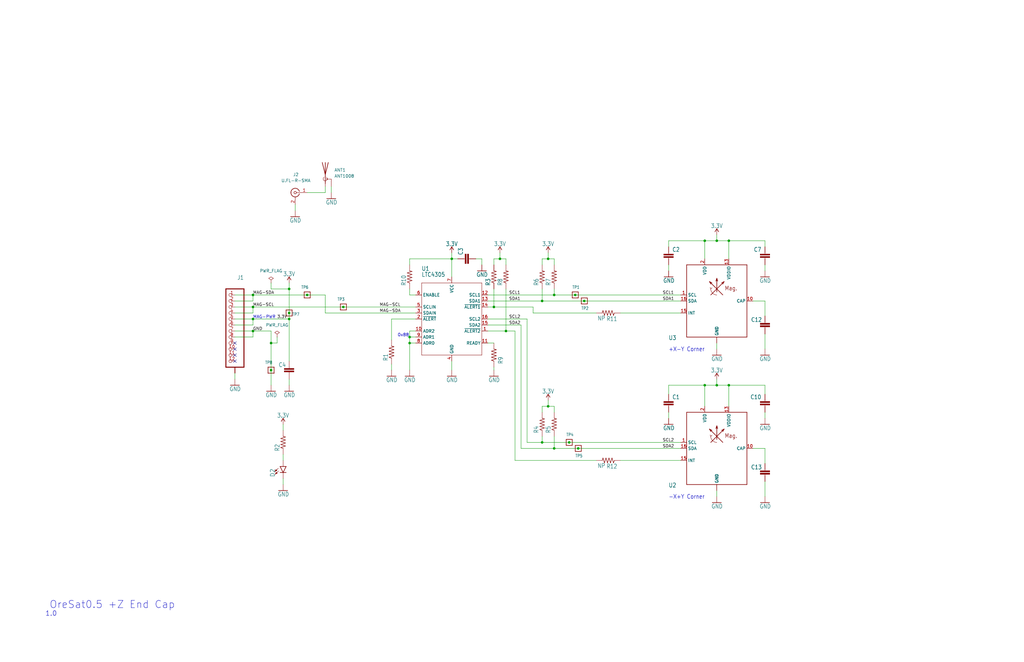
<source format=kicad_sch>
(kicad_sch (version 20211123) (generator eeschema)
  (paper "B")
  (lib_symbols
    (symbol "Connector:Conn_Coaxial" (pin_names (offset 1.016) hide)
      (property "Reference" "J" (at 0.254 3.048 0))
      (property "Value" "Conn_Coaxial" (at 2.921 0 90))
      (symbol "Conn_Coaxial_0_1"
        (arc (start -1.778 -0.508) (mid 0.2311 -1.8066) (end 1.778 0) (stroke (width 0.254)))
        (polyline (pts (xy -2.54 0) (xy -0.508 0)))
        (polyline (pts (xy 0 -2.54) (xy 0 -1.778)))
        (circle (center 0 0) (radius 0.508) (stroke (width 0.2032)))
        (arc (start 1.778 0) (mid 0.2099 1.8101) (end -1.778 0.508) (stroke (width 0.254)))
      )
      (symbol "Conn_Coaxial_1_1"
        (pin passive line (at -5.08 0 0) (length 2.54) (name "In") (number "1"))
        (pin passive line (at 0 -5.08 90) (length 2.54) (name "Ext") (number "2"))
      )
    )
    (symbol "Device:Antenna_Shield" (pin_numbers hide) (pin_names (offset 1.016) hide)
      (property "Reference" "AE" (at -1.905 4.445 0))
      (property "Value" "Antenna_Shield" (at -1.905 2.54 0))
      (symbol "Antenna_Shield_0_1"
        (arc (start -0.508 -1.143) (mid -0.8429 -2.1194) (end 0 -2.667))
        (arc (start 0 -2.667) (mid 0.7989 -2.1052) (end 0.508 -1.143))
        (polyline (pts (xy 0 -2.54) (xy 0 0)))
        (polyline (pts (xy 0 5.08) (xy 0 -3.81)) (stroke (width 0.254)))
        (polyline (pts (xy 0.762 -1.905) (xy 2.54 -1.905)))
        (polyline (pts (xy 2.54 -2.54) (xy 2.54 -1.905)))
        (polyline (pts (xy 1.27 5.08) (xy 0 0) (xy -1.27 5.08)) (stroke (width 0.254)))
        (circle (center 0.762 -1.905) (radius 0.1778) (fill (type outline)))
      )
      (symbol "Antenna_Shield_1_1"
        (pin input line (at 0 -5.08 90) (length 2.54) (name "A") (number "1"))
        (pin input line (at 2.54 -5.08 90) (length 2.54) (name "Shield") (number "2"))
      )
    )
    (symbol "oresat0.5-plusz-end-cap-eagle-import:3.3V" (power)
      (property "Value" "3.3V" (at 0 2.794 0))
      (symbol "3.3V_1_0"
        (polyline (pts (xy 0 2.54) (xy -0.762 1.27)) (stroke (width 0.254)))
        (polyline (pts (xy 0.762 1.27) (xy 0 2.54)) (stroke (width 0.254)))
        (pin power_in line (at 0 0 90) (length 2.54) (name "3.3V") (number "1"))
      )
    )
    (symbol "oresat0.5-plusz-end-cap-eagle-import:C-EU0603-B-NOSILK"
      (property "Reference" "C" (at 1.524 0.381 0))
      (property "Value" "C-EU0603-B-NOSILK" (at 1.524 -4.699 0))
      (symbol "C-EU0603-B-NOSILK_1_0"
        (rectangle (start -2.032 -2.032) (end 2.032 -1.524) (fill (type outline)))
        (rectangle (start -2.032 -1.016) (end 2.032 -0.508) (fill (type outline)))
        (polyline (pts (xy 0 -2.54) (xy 0 -2.032)) (stroke (width 0.1524)))
        (polyline (pts (xy 0 0) (xy 0 -0.508)) (stroke (width 0.1524)))
        (pin passive line (at 0 2.54 270) (length 2.54) (name "1") (number "1"))
        (pin passive line (at 0 -5.08 90) (length 2.54) (name "2") (number "2"))
      )
    )
    (symbol "oresat0.5-plusz-end-cap-eagle-import:GND" (power)
      (property "Value" "GND" (at -2.54 -2.54 0))
      (symbol "GND_1_0"
        (polyline (pts (xy -1.905 0) (xy 1.905 0)) (stroke (width 0.254)))
        (pin power_in line (at 0 2.54 270) (length 2.54) (name "GND") (number "1"))
      )
    )
    (symbol "oresat0.5-plusz-end-cap-eagle-import:J-HARWIN-M55-70X1242R"
      (property "Reference" "CF" (at -6.35 19.05 0))
      (property "Value" "J-HARWIN-M55-70X1242R" (at -6.35 16.51 0))
      (symbol "J-HARWIN-M55-70X1242R_1_0"
        (polyline (pts (xy -6.35 -17.78) (xy 1.27 -17.78)) (stroke (width 0.4064)))
        (polyline (pts (xy -6.35 15.24) (xy -6.35 -17.78)) (stroke (width 0.4064)))
        (polyline (pts (xy 1.27 -17.78) (xy 1.27 15.24)) (stroke (width 0.4064)))
        (polyline (pts (xy 1.27 15.24) (xy -6.35 15.24)) (stroke (width 0.4064)))
        (pin passive inverted (at -2.54 12.7 0) (length 2.54) (name "1") (number "1"))
        (pin passive inverted (at -2.54 -10.16 0) (length 2.54) (name "10") (number "10"))
        (pin passive inverted (at -2.54 -12.7 0) (length 2.54) (name "11") (number "11"))
        (pin passive inverted (at -2.54 -15.24 0) (length 2.54) (name "12") (number "12"))
        (pin passive inverted (at -2.54 10.16 0) (length 2.54) (name "2") (number "2"))
        (pin passive inverted (at -2.54 7.62 0) (length 2.54) (name "3") (number "3"))
        (pin passive inverted (at -2.54 5.08 0) (length 2.54) (name "4") (number "4"))
        (pin passive inverted (at -2.54 2.54 0) (length 2.54) (name "5") (number "5"))
        (pin passive inverted (at -2.54 0 0) (length 2.54) (name "6") (number "6"))
        (pin passive inverted (at -2.54 -2.54 0) (length 2.54) (name "7") (number "7"))
        (pin passive inverted (at -2.54 -5.08 0) (length 2.54) (name "8") (number "8"))
        (pin passive inverted (at -2.54 -7.62 0) (length 2.54) (name "9") (number "9"))
        (pin passive line (at -2.54 -20.32 90) (length 2.54) (name "SHIELDS") (number "P$1"))
        (pin passive line (at -2.54 -20.32 90) (length 2.54) (name "SHIELDS") (number "P$2"))
        (pin passive line (at -2.54 -20.32 90) (length 2.54) (name "SHIELDS") (number "P$3"))
        (pin passive line (at -2.54 -20.32 90) (length 2.54) (name "SHIELDS") (number "P$4"))
      )
    )
    (symbol "oresat0.5-plusz-end-cap-eagle-import:LED-GREEN0603"
      (property "Reference" "D" (at -3.429 -4.572 90))
      (property "Value" "LED-GREEN0603" (at 1.905 -4.572 90))
      (symbol "LED-GREEN0603_1_0"
        (polyline (pts (xy -2.032 -0.762) (xy -3.429 -2.159)) (stroke (width 0.1524)))
        (polyline (pts (xy -1.905 -1.905) (xy -3.302 -3.302)) (stroke (width 0.1524)))
        (polyline (pts (xy 0 -2.54) (xy -1.27 -2.54)) (stroke (width 0.254)))
        (polyline (pts (xy 0 -2.54) (xy -1.27 0)) (stroke (width 0.254)))
        (polyline (pts (xy 1.27 -2.54) (xy 0 -2.54)) (stroke (width 0.254)))
        (polyline (pts (xy 1.27 0) (xy -1.27 0)) (stroke (width 0.254)))
        (polyline (pts (xy 1.27 0) (xy 0 -2.54)) (stroke (width 0.254)))
        (polyline (pts (xy -3.429 -2.159) (xy -3.048 -1.27) (xy -2.54 -1.778)) (fill (type outline)))
        (polyline (pts (xy -3.302 -3.302) (xy -2.921 -2.413) (xy -2.413 -2.921)) (fill (type outline)))
        (pin passive line (at 0 2.54 270) (length 2.54) (name "A") (number "A"))
        (pin passive line (at 0 -5.08 90) (length 2.54) (name "C") (number "C"))
      )
    )
    (symbol "oresat0.5-plusz-end-cap-eagle-import:LTC4305"
      (property "Value" "LTC4305" (at -12.7 17.78 0))
      (symbol "LTC4305_1_0"
        (polyline (pts (xy -12.7 -15.24) (xy 12.7 -15.24)) (stroke (width 0.1524)))
        (polyline (pts (xy -12.7 15.24) (xy -12.7 -15.24)) (stroke (width 0.1524)))
        (polyline (pts (xy 12.7 -15.24) (xy 12.7 15.24)) (stroke (width 0.1524)))
        (polyline (pts (xy 12.7 15.24) (xy -12.7 15.24)) (stroke (width 0.1524)))
        (pin input line (at 15.24 -5.08 180) (length 2.54) (name "~{ALERT2}") (number "1"))
        (pin input line (at -15.24 -5.08 0) (length 2.54) (name "ADR2") (number "10"))
        (pin output line (at 15.24 -10.16 180) (length 2.54) (name "READY") (number "11"))
        (pin bidirectional line (at 15.24 10.16 180) (length 2.54) (name "SCL1") (number "12"))
        (pin bidirectional line (at 15.24 7.62 180) (length 2.54) (name "SDA1") (number "13"))
        (pin input line (at 15.24 5.08 180) (length 2.54) (name "~{ALERT1}") (number "14"))
        (pin bidirectional line (at 15.24 -2.54 180) (length 2.54) (name "SDA2") (number "15"))
        (pin bidirectional line (at 15.24 0 180) (length 2.54) (name "SCL2") (number "16"))
        (pin output line (at -15.24 0 0) (length 2.54) (name "~{ALERT}") (number "2"))
        (pin bidirectional line (at -15.24 2.54 0) (length 2.54) (name "SDAIN") (number "3"))
        (pin power_in line (at 0 -17.78 90) (length 2.54) (name "GND") (number "4"))
        (pin bidirectional line (at -15.24 5.08 0) (length 2.54) (name "SCLIN") (number "5"))
        (pin input line (at -15.24 10.16 0) (length 2.54) (name "ENABLE") (number "6"))
        (pin power_in line (at 0 17.78 270) (length 2.54) (name "VCC") (number "7"))
        (pin input line (at -15.24 -10.16 0) (length 2.54) (name "ADR0") (number "8"))
        (pin input line (at -15.24 -7.62 0) (length 2.54) (name "ADR1") (number "9"))
      )
    )
    (symbol "oresat0.5-plusz-end-cap-eagle-import:MMC5883MA"
      (property "Value" "MMC5883MA" (at -12.7 20.32 0))
      (symbol "MMC5883MA_1_0"
        (arc (start -2.54 5.08) (mid -1.7961 3.2839) (end 0 2.54) (stroke (width 0.1524)))
        (polyline (pts (xy -12.7 -15.24) (xy 12.7 -15.24)) (stroke (width 0.254)))
        (polyline (pts (xy -12.7 15.24) (xy -12.7 -15.24)) (stroke (width 0.254)))
        (polyline (pts (xy -3.048 8.128) (xy -2.54 7.112)) (stroke (width 0.254)))
        (polyline (pts (xy -3.048 8.128) (xy -2.032 7.62)) (stroke (width 0.254)))
        (polyline (pts (xy -3.048 8.128) (xy 2.54 2.54)) (stroke (width 0.254)))
        (polyline (pts (xy -2.54 2.54) (xy 3.048 8.128)) (stroke (width 0.254)))
        (polyline (pts (xy -2.54 5.08) (xy -2.794 5.715)) (stroke (width 0.1524)))
        (polyline (pts (xy -2.54 5.08) (xy -2.032 5.588)) (stroke (width 0.1524)))
        (polyline (pts (xy 0 3.81) (xy 0 9.525)) (stroke (width 0.254)))
        (polyline (pts (xy 0 9.525) (xy -0.381 8.382)) (stroke (width 0.254)))
        (polyline (pts (xy 0 9.525) (xy 0.381 8.382)) (stroke (width 0.254)))
        (polyline (pts (xy 3.048 8.128) (xy 2.032 7.62)) (stroke (width 0.254)))
        (polyline (pts (xy 3.048 8.128) (xy 2.54 7.112)) (stroke (width 0.254)))
        (polyline (pts (xy 12.7 -15.24) (xy 12.7 15.24)) (stroke (width 0.254)))
        (polyline (pts (xy 12.7 15.24) (xy -12.7 15.24)) (stroke (width 0.254)))
        (text "Mag." (at 3.302 4.318 0) (effects (font (size 1.778 1.5113)) (justify left bottom)))
        (pin input line (at -15.24 2.54 0) (length 2.54) (name "SCL") (number "1"))
        (pin power_in line (at 15.24 0 180) (length 2.54) (name "CAP") (number "10"))
        (pin power_in line (at 0 -17.78 90) (length 2.54) (name "GND") (number "11"))
        (pin power_in line (at 5.08 17.78 270) (length 2.54) (name "VDDIO") (number "13"))
        (pin output line (at -15.24 -5.08 0) (length 2.54) (name "INT") (number "15"))
        (pin bidirectional line (at -15.24 0 0) (length 2.54) (name "SDA") (number "16"))
        (pin power_in line (at -5.08 17.78 270) (length 2.54) (name "VDD") (number "2"))
        (pin power_in line (at 0 -17.78 90) (length 2.54) (name "GND") (number "9"))
      )
    )
    (symbol "oresat0.5-plusz-end-cap-eagle-import:R-US_0603-B-NOSILK"
      (property "Reference" "R" (at -3.81 1.4986 0))
      (property "Value" "R-US_0603-B-NOSILK" (at -3.81 -3.302 0))
      (symbol "R-US_0603-B-NOSILK_1_0"
        (polyline (pts (xy -2.54 0) (xy -2.159 1.016)) (stroke (width 0.2032)))
        (polyline (pts (xy -2.159 1.016) (xy -1.524 -1.016)) (stroke (width 0.2032)))
        (polyline (pts (xy -1.524 -1.016) (xy -0.889 1.016)) (stroke (width 0.2032)))
        (polyline (pts (xy -0.889 1.016) (xy -0.254 -1.016)) (stroke (width 0.2032)))
        (polyline (pts (xy -0.254 -1.016) (xy 0.381 1.016)) (stroke (width 0.2032)))
        (polyline (pts (xy 0.381 1.016) (xy 1.016 -1.016)) (stroke (width 0.2032)))
        (polyline (pts (xy 1.016 -1.016) (xy 1.651 1.016)) (stroke (width 0.2032)))
        (polyline (pts (xy 1.651 1.016) (xy 2.286 -1.016)) (stroke (width 0.2032)))
        (polyline (pts (xy 2.286 -1.016) (xy 2.54 0)) (stroke (width 0.2032)))
        (pin passive line (at -5.08 0 0) (length 2.54) (name "1") (number "1"))
        (pin passive line (at 5.08 0 180) (length 2.54) (name "2") (number "2"))
      )
    )
    (symbol "oresat0.5-plusz-end-cap-eagle-import:TEST-POINT-LARGE-SQUARE"
      (property "Reference" "TP" (at -2.54 2.54 0))
      (symbol "TEST-POINT-LARGE-SQUARE_1_0"
        (polyline (pts (xy -1.27 -1.27) (xy -1.27 1.27)) (stroke (width 0.254)))
        (polyline (pts (xy -1.27 1.27) (xy 1.27 1.27)) (stroke (width 0.254)))
        (polyline (pts (xy 1.27 -1.27) (xy -1.27 -1.27)) (stroke (width 0.254)))
        (polyline (pts (xy 1.27 1.27) (xy 1.27 -1.27)) (stroke (width 0.254)))
        (pin passive line (at 0 0 0) (length 0) (name "1") (number "1"))
      )
    )
    (symbol "power:PWR_FLAG" (power) (pin_numbers hide) (pin_names (offset 0) hide)
      (property "Value" "PWR_FLAG" (at 0 3.81 0))
      (symbol "PWR_FLAG_0_0"
        (pin power_out line (at 0 0 90) (length 0) (name "pwr") (number "1"))
      )
      (symbol "PWR_FLAG_0_1"
        (polyline (pts (xy 0 0) (xy 0 1.27) (xy -1.016 1.905) (xy 0 2.54) (xy 1.016 1.905) (xy 0 1.27)))
      )
    )
  )
  (junction (at 231.14 171.45))
  (junction (at 106.68 134.62))
  (junction (at 242.57 124.46))
  (junction (at 231.14 109.22))
  (junction (at 228.6 186.69))
  (junction (at 297.18 162.56))
  (junction (at 144.78 129.54))
  (junction (at 172.72 144.78))
  (junction (at 121.92 121.92))
  (junction (at 121.92 132.08))
  (junction (at 106.68 139.7))
  (junction (at 190.5 109.22))
  (junction (at 243.84 189.23))
  (junction (at 246.38 127))
  (junction (at 106.68 124.46))
  (junction (at 172.72 142.24))
  (junction (at 240.03 186.69))
  (junction (at 114.3 144.78))
  (junction (at 302.26 162.56))
  (junction (at 233.68 189.23))
  (junction (at 307.34 101.6))
  (junction (at 129.54 124.46))
  (junction (at 302.26 101.6))
  (junction (at 233.68 124.46))
  (junction (at 208.28 129.54))
  (junction (at 121.92 134.62))
  (junction (at 114.3 156.21))
  (junction (at 307.34 162.56))
  (junction (at 297.18 101.6))
  (junction (at 213.36 139.7))
  (junction (at 228.6 127))
  (junction (at 106.68 129.54))
  (junction (at 210.82 109.22))
  (no_connect (at 99.06 152.4))
  (no_connect (at 99.06 144.78))
  (no_connect (at 99.06 147.32))
  (no_connect (at 99.06 149.86))
  (wire (pts (xy 121.92 152.4) (xy 121.92 134.62)))
  (wire (pts (xy 114.3 121.92) (xy 121.92 121.92)))
  (wire (pts (xy 322.58 189.23) (xy 317.5 189.23)))
  (wire (pts (xy 106.68 134.62) (xy 121.92 134.62)))
  (wire (pts (xy 106.68 129.54) (xy 99.06 129.54)))
  (wire (pts (xy 106.68 127) (xy 99.06 127)))
  (wire (pts (xy 231.14 109.22) (xy 233.68 109.22)))
  (wire (pts (xy 137.16 78.74) (xy 137.16 81.28)))
  (wire (pts (xy 137.16 124.46) (xy 129.54 124.46)))
  (wire (pts (xy 106.68 134.62) (xy 99.06 134.62)))
  (wire (pts (xy 205.74 124.46) (xy 233.68 124.46)))
  (wire (pts (xy 322.58 173.99) (xy 322.58 176.53)))
  (wire (pts (xy 297.18 101.6) (xy 302.26 101.6)))
  (wire (pts (xy 213.36 139.7) (xy 213.36 121.92)))
  (wire (pts (xy 228.6 184.15) (xy 228.6 186.69)))
  (wire (pts (xy 233.68 189.23) (xy 243.84 189.23)))
  (wire (pts (xy 251.46 194.31) (xy 217.17 194.31)))
  (wire (pts (xy 205.74 129.54) (xy 208.28 129.54)))
  (wire (pts (xy 307.34 171.45) (xy 307.34 162.56)))
  (wire (pts (xy 322.58 133.35) (xy 322.58 127)))
  (wire (pts (xy 322.58 162.56) (xy 322.58 166.37)))
  (wire (pts (xy 190.5 109.22) (xy 190.5 116.84)))
  (wire (pts (xy 281.94 104.14) (xy 281.94 101.6)))
  (wire (pts (xy 114.3 144.78) (xy 114.3 156.21)))
  (wire (pts (xy 228.6 109.22) (xy 228.6 111.76)))
  (wire (pts (xy 119.38 191.77) (xy 119.38 194.31)))
  (wire (pts (xy 322.58 127) (xy 317.5 127)))
  (wire (pts (xy 175.26 129.54) (xy 144.78 129.54)))
  (wire (pts (xy 172.72 139.7) (xy 175.26 139.7)))
  (wire (pts (xy 297.18 162.56) (xy 302.26 162.56)))
  (wire (pts (xy 165.1 134.62) (xy 165.1 143.51)))
  (wire (pts (xy 302.26 101.6) (xy 307.34 101.6)))
  (wire (pts (xy 190.5 156.21) (xy 190.5 152.4)))
  (wire (pts (xy 231.14 109.22) (xy 228.6 109.22)))
  (wire (pts (xy 165.1 153.67) (xy 165.1 156.21)))
  (wire (pts (xy 114.3 156.21) (xy 114.3 162.56)))
  (wire (pts (xy 172.72 144.78) (xy 172.72 142.24)))
  (wire (pts (xy 231.14 171.45) (xy 233.68 171.45)))
  (wire (pts (xy 106.68 124.46) (xy 99.06 124.46)))
  (wire (pts (xy 208.28 129.54) (xy 208.28 121.92)))
  (wire (pts (xy 213.36 109.22) (xy 213.36 111.76)))
  (wire (pts (xy 208.28 111.76) (xy 208.28 109.22)))
  (wire (pts (xy 99.06 139.7) (xy 106.68 139.7)))
  (wire (pts (xy 172.72 142.24) (xy 175.26 142.24)))
  (wire (pts (xy 281.94 101.6) (xy 297.18 101.6)))
  (wire (pts (xy 302.26 147.32) (xy 302.26 144.78)))
  (wire (pts (xy 172.72 144.78) (xy 175.26 144.78)))
  (wire (pts (xy 129.54 124.46) (xy 106.68 124.46)))
  (wire (pts (xy 224.79 132.08) (xy 224.79 129.54)))
  (wire (pts (xy 240.03 186.69) (xy 287.02 186.69)))
  (wire (pts (xy 217.17 194.31) (xy 217.17 139.7)))
  (wire (pts (xy 172.72 109.22) (xy 190.5 109.22)))
  (wire (pts (xy 106.68 134.62) (xy 106.68 137.16)))
  (wire (pts (xy 121.92 160.02) (xy 121.92 162.56)))
  (wire (pts (xy 322.58 101.6) (xy 322.58 104.14)))
  (wire (pts (xy 287.02 127) (xy 246.38 127)))
  (wire (pts (xy 322.58 195.58) (xy 322.58 189.23)))
  (wire (pts (xy 228.6 173.99) (xy 228.6 171.45)))
  (wire (pts (xy 144.78 129.54) (xy 106.68 129.54)))
  (wire (pts (xy 243.84 189.23) (xy 287.02 189.23)))
  (wire (pts (xy 99.06 160.02) (xy 99.06 157.48)))
  (wire (pts (xy 233.68 121.92) (xy 233.68 124.46)))
  (wire (pts (xy 119.38 201.93) (xy 119.38 204.47)))
  (wire (pts (xy 121.92 119.38) (xy 121.92 121.92)))
  (wire (pts (xy 119.38 179.07) (xy 119.38 181.61)))
  (wire (pts (xy 106.68 142.24) (xy 99.06 142.24)))
  (wire (pts (xy 114.3 119.38) (xy 114.3 121.92)))
  (wire (pts (xy 233.68 109.22) (xy 233.68 111.76)))
  (wire (pts (xy 233.68 171.45) (xy 233.68 173.99)))
  (wire (pts (xy 281.94 173.99) (xy 281.94 176.53)))
  (wire (pts (xy 231.14 109.22) (xy 231.14 106.68)))
  (wire (pts (xy 205.74 139.7) (xy 213.36 139.7)))
  (wire (pts (xy 203.2 109.22) (xy 203.2 111.76)))
  (wire (pts (xy 251.46 132.08) (xy 224.79 132.08)))
  (wire (pts (xy 139.7 78.74) (xy 139.7 81.28)))
  (wire (pts (xy 106.68 139.7) (xy 106.68 142.24)))
  (wire (pts (xy 129.54 81.28) (xy 137.16 81.28)))
  (wire (pts (xy 210.82 109.22) (xy 213.36 109.22)))
  (wire (pts (xy 106.68 124.46) (xy 106.68 127)))
  (wire (pts (xy 219.71 189.23) (xy 233.68 189.23)))
  (wire (pts (xy 242.57 124.46) (xy 287.02 124.46)))
  (wire (pts (xy 106.68 129.54) (xy 106.68 132.08)))
  (wire (pts (xy 322.58 140.97) (xy 322.58 147.32)))
  (wire (pts (xy 233.68 184.15) (xy 233.68 189.23)))
  (wire (pts (xy 307.34 101.6) (xy 322.58 101.6)))
  (wire (pts (xy 302.26 207.01) (xy 302.26 209.55)))
  (wire (pts (xy 297.18 109.22) (xy 297.18 101.6)))
  (wire (pts (xy 287.02 132.08) (xy 261.62 132.08)))
  (wire (pts (xy 219.71 137.16) (xy 219.71 189.23)))
  (wire (pts (xy 137.16 132.08) (xy 175.26 132.08)))
  (wire (pts (xy 172.72 124.46) (xy 172.72 121.92)))
  (wire (pts (xy 228.6 186.69) (xy 222.25 186.69)))
  (wire (pts (xy 190.5 106.68) (xy 190.5 109.22)))
  (wire (pts (xy 205.74 144.78) (xy 208.28 144.78)))
  (wire (pts (xy 114.3 139.7) (xy 114.3 144.78)))
  (wire (pts (xy 175.26 134.62) (xy 165.1 134.62)))
  (wire (pts (xy 233.68 124.46) (xy 242.57 124.46)))
  (wire (pts (xy 228.6 171.45) (xy 231.14 171.45)))
  (wire (pts (xy 116.84 144.78) (xy 114.3 144.78)))
  (wire (pts (xy 172.72 142.24) (xy 172.72 139.7)))
  (wire (pts (xy 228.6 186.69) (xy 240.03 186.69)))
  (wire (pts (xy 302.26 99.06) (xy 302.26 101.6)))
  (wire (pts (xy 208.28 154.94) (xy 208.28 156.21)))
  (wire (pts (xy 307.34 109.22) (xy 307.34 101.6)))
  (wire (pts (xy 307.34 162.56) (xy 322.58 162.56)))
  (wire (pts (xy 231.14 171.45) (xy 231.14 168.91)))
  (wire (pts (xy 175.26 124.46) (xy 172.72 124.46)))
  (wire (pts (xy 322.58 203.2) (xy 322.58 209.55)))
  (wire (pts (xy 172.72 111.76) (xy 172.72 109.22)))
  (wire (pts (xy 287.02 194.31) (xy 261.62 194.31)))
  (wire (pts (xy 210.82 109.22) (xy 210.82 106.68)))
  (wire (pts (xy 224.79 129.54) (xy 208.28 129.54)))
  (wire (pts (xy 222.25 134.62) (xy 205.74 134.62)))
  (wire (pts (xy 281.94 162.56) (xy 297.18 162.56)))
  (wire (pts (xy 302.26 162.56) (xy 302.26 160.02)))
  (wire (pts (xy 106.68 137.16) (xy 99.06 137.16)))
  (wire (pts (xy 200.66 109.22) (xy 203.2 109.22)))
  (wire (pts (xy 121.92 132.08) (xy 121.92 134.62)))
  (wire (pts (xy 193.04 109.22) (xy 190.5 109.22)))
  (wire (pts (xy 205.74 137.16) (xy 219.71 137.16)))
  (wire (pts (xy 228.6 127) (xy 205.74 127)))
  (wire (pts (xy 208.28 109.22) (xy 210.82 109.22)))
  (wire (pts (xy 307.34 162.56) (xy 302.26 162.56)))
  (wire (pts (xy 322.58 114.3) (xy 322.58 111.76)))
  (wire (pts (xy 172.72 156.21) (xy 172.72 144.78)))
  (wire (pts (xy 106.68 139.7) (xy 114.3 139.7)))
  (wire (pts (xy 121.92 121.92) (xy 121.92 132.08)))
  (wire (pts (xy 222.25 186.69) (xy 222.25 134.62)))
  (wire (pts (xy 217.17 139.7) (xy 213.36 139.7)))
  (wire (pts (xy 297.18 171.45) (xy 297.18 162.56)))
  (wire (pts (xy 281.94 111.76) (xy 281.94 114.3)))
  (wire (pts (xy 137.16 132.08) (xy 137.16 124.46)))
  (wire (pts (xy 281.94 166.37) (xy 281.94 162.56)))
  (wire (pts (xy 228.6 121.92) (xy 228.6 127)))
  (wire (pts (xy 124.46 86.36) (xy 124.46 88.9)))
  (wire (pts (xy 116.84 142.24) (xy 116.84 144.78)))
  (wire (pts (xy 106.68 132.08) (xy 99.06 132.08)))
  (wire (pts (xy 246.38 127) (xy 228.6 127)))
  (text "0x88" (at 167.64 142.24 0) (effects (font (size 1.27 1.27)) (justify left bottom)))
  (text "-X+Y Corner" (at 281.94 210.82 180) (effects (font (size 1.778 1.5113)) (justify left bottom)))
  (text "MAG-PWR" (at 106.68 134.62 0) (effects (font (size 1.27 1.27)) (justify left bottom)))
  (text "1.0" (at 19.045 260.231 180) (effects (font (size 2.032 2.032)) (justify left bottom)))
  (text "OreSat0.5 +Z End Cap" (at 20.8209 257.0409 180) (effects (font (size 3.048 3.048)) (justify left bottom)))
  (text "+X-Y Corner" (at 281.94 148.59 180) (effects (font (size 1.778 1.5113)) (justify left bottom)))
  (label "SDA1" (at 279.4 127 0) (effects (font (size 1.2446 1.2446))))
  (label "MAG-SCL" (at 106.68 129.54 0) (effects (font (size 1.2446 1.2446))))
  (label "SCL2" (at 214.63 134.62 0) (effects (font (size 1.2446 1.2446))))
  (label "SCL1" (at 279.4 124.46 0) (effects (font (size 1.2446 1.2446))))
  (label "SCL2" (at 279.4 186.69 0) (effects (font (size 1.2446 1.2446))))
  (label "SDA2" (at 214.63 137.16 0) (effects (font (size 1.2446 1.2446))))
  (label "SCL1" (at 214.63 124.46 0) (effects (font (size 1.2446 1.2446))))
  (label "MAG-SDA" (at 106.68 124.46 0) (effects (font (size 1.2446 1.2446))))
  (label "MAG-SDA" (at 160.02 132.08 0) (effects (font (size 1.2446 1.2446))))
  (label "3.3V" (at 116.84 134.62 0) (effects (font (size 1.2446 1.2446))))
  (label "SDA1" (at 214.63 127 0) (effects (font (size 1.2446 1.2446))))
  (label "MAG-SCL" (at 160.02 129.54 0) (effects (font (size 1.2446 1.2446))))
  (label "SDA2" (at 279.4 189.23 0) (effects (font (size 1.2446 1.2446))))
  (label "GND" (at 106.68 139.7 0) (effects (font (size 1.2446 1.2446))))
  (symbol (lib_id "oresat0.5-plusz-end-cap-eagle-import:GND") (at 322.58 212.09 0) (mirror y) (unit 1)
    (property "Reference" "#GND06" (effects hide))
    (property "Value" "GND" (at 325.12 214.63 0) (effects (font (size 1.778 1.5113)) (justify left bottom)))
    (property "Footprint" "oresat0-plusz-end-cap:" (effects hide))
  )
  (symbol (lib_id "oresat0.5-plusz-end-cap-eagle-import:GND") (at 302.26 149.86 0) (mirror y) (unit 1)
    (property "Reference" "#GND02" (effects hide))
    (property "Value" "GND" (at 304.8 152.4 0) (effects (font (size 1.778 1.5113)) (justify left bottom)))
    (property "Footprint" "oresat0-plusz-end-cap:" (effects hide))
  )
  (symbol (lib_id "oresat0.5-plusz-end-cap-eagle-import:GND") (at 124.46 91.44 0) (mirror y) (unit 1)
    (property "Reference" "#GND0102" (effects hide))
    (property "Value" "GND" (at 127 93.98 0) (effects (font (size 1.778 1.5113)) (justify left bottom)))
    (property "Footprint" "oresat0-plusz-end-cap:" (effects hide))
  )
  (symbol (lib_id "oresat0.5-plusz-end-cap-eagle-import:GND") (at 114.3 165.1 0) (mirror y) (unit 1)
    (property "Reference" "#GND025" (effects hide))
    (property "Value" "GND" (at 116.84 167.64 0) (effects (font (size 1.778 1.5113)) (justify left bottom)))
    (property "Footprint" "oresat0-plusz-end-cap:" (effects hide))
  )
  (symbol (lib_id "oresat0.5-plusz-end-cap-eagle-import:C-EU0603-B-NOSILK") (at 322.58 168.91 0) (mirror y) (unit 1)
    (property "Reference" "C10" (at 321.056 168.529 0) (effects (font (size 1.778 1.5113)) (justify left bottom)))
    (property "Value" "100n" (at 321.056 173.609 0) (effects (font (size 1.778 1.5113)) (justify left bottom)))
    (property "Footprint" "oresat0.5-plusz-end-cap:.0603-B-NOSILK" (effects hide))
    (property "Value" "100n" (effects hide))
  )
  (symbol (lib_id "oresat0.5-plusz-end-cap-eagle-import:C-EU0603-B-NOSILK") (at 195.58 109.22 90) (unit 1)
    (property "Reference" "C3" (at 195.199 107.696 0) (effects (font (size 1.778 1.5113)) (justify left bottom)))
    (property "Value" "100n" (at 200.279 107.696 0) (effects (font (size 1.778 1.5113)) (justify left bottom)))
    (property "Footprint" "oresat0.5-plusz-end-cap:.0603-B-NOSILK" (effects hide))
    (property "Value" "100n" (effects hide))
  )
  (symbol (lib_id "oresat0.5-plusz-end-cap-eagle-import:GND") (at 190.5 158.75 0) (mirror y) (unit 1)
    (property "Reference" "#GND013" (effects hide))
    (property "Value" "GND" (at 193.04 161.29 0) (effects (font (size 1.778 1.5113)) (justify left bottom)))
    (property "Footprint" "oresat0-plusz-end-cap:" (effects hide))
  )
  (symbol (lib_id "oresat0.5-plusz-end-cap-eagle-import:R-US_0603-B-NOSILK") (at 208.28 116.84 90) (unit 1)
    (property "Reference" "R3" (at 206.7814 120.65 0) (effects (font (size 1.778 1.5113)) (justify left bottom)))
    (property "Value" "4.7k" (at 207.01 115.57 0) (effects (font (size 1.778 1.5113)) (justify left bottom)))
    (property "Footprint" "oresat0.5-plusz-end-cap:.0603-B-NOSILK" (effects hide))
    (property "Value" "4.7k" (effects hide))
  )
  (symbol (lib_id "oresat0.5-plusz-end-cap-eagle-import:R-US_0603-B-NOSILK") (at 213.36 116.84 90) (unit 1)
    (property "Reference" "R8" (at 211.8614 120.65 0) (effects (font (size 1.778 1.5113)) (justify left bottom)))
    (property "Value" "4.7k" (at 212.09 115.57 0) (effects (font (size 1.778 1.5113)) (justify left bottom)))
    (property "Footprint" "oresat0.5-plusz-end-cap:.0603-B-NOSILK" (effects hide))
    (property "Value" "4.7k" (effects hide))
  )
  (symbol (lib_id "oresat0.5-plusz-end-cap-eagle-import:C-EU0603-B-NOSILK") (at 322.58 106.68 0) (mirror y) (unit 1)
    (property "Reference" "C7" (at 321.056 106.299 0) (effects (font (size 1.778 1.5113)) (justify left bottom)))
    (property "Value" "100n" (at 321.056 111.379 0) (effects (font (size 1.778 1.5113)) (justify left bottom)))
    (property "Footprint" "oresat0.5-plusz-end-cap:.0603-B-NOSILK" (effects hide))
    (property "Value" "100n" (effects hide))
  )
  (symbol (lib_id "oresat0.5-plusz-end-cap-eagle-import:GND") (at 119.38 207.01 0) (mirror y) (unit 1)
    (property "Reference" "#GND08" (effects hide))
    (property "Value" "GND" (at 121.92 209.55 0) (effects (font (size 1.778 1.5113)) (justify left bottom)))
    (property "Footprint" "oresat0-plusz-end-cap:" (effects hide))
  )
  (symbol (lib_id "oresat0.5-plusz-end-cap-eagle-import:TEST-POINT-LARGE-SQUARE") (at 121.92 132.08 0) (unit 1)
    (property "Reference" "TP7" (at 123.19 133.35 0) (effects (font (size 1.27 1.0795)) (justify left bottom)))
    (property "Value" "TEST-POINT-LARGE-SQUARE" (effects hide))
    (property "Footprint" "oresat0-plusz-end-cap:1X01" (effects hide))
  )
  (symbol (lib_id "oresat0.5-plusz-end-cap-eagle-import:TEST-POINT-LARGE-SQUARE") (at 240.03 186.69 0) (unit 1)
    (property "Reference" "TP4" (at 238.76 184.15 0) (effects (font (size 1.27 1.0795)) (justify left bottom)))
    (property "Value" "TEST-POINT-LARGE-SQUARE" (effects hide))
    (property "Footprint" "oresat0-plusz-end-cap:1X01" (effects hide))
  )
  (symbol (lib_id "oresat0.5-plusz-end-cap-eagle-import:LED-GREEN0603") (at 119.38 196.85 0) (unit 1)
    (property "Reference" "D2" (at 115.951 201.422 90) (effects (font (size 1.778 1.778)) (justify left bottom)))
    (property "Value" "GREEN" (at 121.285 201.422 90) (effects (font (size 1.778 1.778)) (justify left top)))
    (property "Footprint" "oresat0-plusz-end-cap:LED-0603" (effects hide))
    (property "Value" "GREEN" (effects hide))
  )
  (symbol (lib_id "oresat0.5-plusz-end-cap-eagle-import:GND") (at 322.58 116.84 0) (mirror y) (unit 1)
    (property "Reference" "#GND014" (effects hide))
    (property "Value" "GND" (at 325.12 119.38 0) (effects (font (size 1.778 1.5113)) (justify left bottom)))
    (property "Footprint" "oresat0-plusz-end-cap:" (effects hide))
  )
  (symbol (lib_id "oresat0.5-plusz-end-cap-eagle-import:TEST-POINT-LARGE-SQUARE") (at 144.78 129.54 0) (unit 1)
    (property "Reference" "TP3" (at 142.24 127 0) (effects (font (size 1.27 1.0795)) (justify left bottom)))
    (property "Value" "TEST-POINT-LARGE-SQUARE" (effects hide))
    (property "Footprint" "oresat0-plusz-end-cap:1X01" (effects hide))
  )
  (symbol (lib_id "oresat0.5-plusz-end-cap-eagle-import:R-US_0603-B-NOSILK") (at 233.68 179.07 90) (unit 1)
    (property "Reference" "R5" (at 232.1814 182.88 0) (effects (font (size 1.778 1.5113)) (justify left bottom)))
    (property "Value" "4.7k" (at 232.41 177.8 0) (effects (font (size 1.778 1.5113)) (justify left bottom)))
    (property "Footprint" "oresat0.5-plusz-end-cap:.0603-B-NOSILK" (effects hide))
    (property "Value" "4.7k" (effects hide))
  )
  (symbol (lib_id "Device:Antenna_Shield") (at 137.16 73.66 0) (unit 1)
    (property "Reference" "ANT1" (at 140.97 71.7549 0) (effects (justify left)))
    (property "Value" "ANT1008" (at 140.97 74.2949 0) (effects (justify left)))
    (property "Footprint" "oresat-misc:RFMi-ANT1008-S-Band-Patch" (effects hide))
  )
  (symbol (lib_id "oresat0.5-plusz-end-cap-eagle-import:GND") (at 281.94 179.07 0) (mirror y) (unit 1)
    (property "Reference" "#GND011" (effects hide))
    (property "Value" "GND" (at 284.48 181.61 0) (effects (font (size 1.778 1.5113)) (justify left bottom)))
    (property "Footprint" "oresat0-plusz-end-cap:" (effects hide))
  )
  (symbol (lib_id "oresat0.5-plusz-end-cap-eagle-import:GND") (at 165.1 158.75 0) (mirror y) (unit 1)
    (property "Reference" "#GND04" (effects hide))
    (property "Value" "GND" (at 167.64 161.29 0) (effects (font (size 1.778 1.5113)) (justify left bottom)))
    (property "Footprint" "oresat0-plusz-end-cap:" (effects hide))
  )
  (symbol (lib_id "oresat0.5-plusz-end-cap-eagle-import:C-EU0603-B-NOSILK") (at 281.94 168.91 0) (unit 1)
    (property "Reference" "C1" (at 283.464 168.529 0) (effects (font (size 1.778 1.5113)) (justify left bottom)))
    (property "Value" "100n" (at 283.464 173.609 0) (effects (font (size 1.778 1.5113)) (justify left bottom)))
    (property "Footprint" "oresat0.5-plusz-end-cap:.0603-B-NOSILK" (effects hide))
    (property "Value" "100n" (effects hide))
  )
  (symbol (lib_id "oresat0.5-plusz-end-cap-eagle-import:3.3V") (at 231.14 168.91 0) (mirror y) (unit 1)
    (property "Reference" "#SUPPLY05" (effects hide))
    (property "Value" "3.3V" (at 231.14 166.116 0) (effects (font (size 1.778 1.5113)) (justify bottom)))
    (property "Footprint" "oresat0-plusz-end-cap:" (effects hide))
  )
  (symbol (lib_id "oresat0.5-plusz-end-cap-eagle-import:R-US_0603-B-NOSILK") (at 165.1 148.59 90) (unit 1)
    (property "Reference" "R1" (at 163.6014 152.4 0) (effects (font (size 1.778 1.5113)) (justify left bottom)))
    (property "Value" "4.7k" (at 163.83 147.32 0) (effects (font (size 1.778 1.5113)) (justify left bottom)))
    (property "Footprint" "oresat0.5-plusz-end-cap:.0603-B-NOSILK" (effects hide))
    (property "Value" "4.7k" (effects hide))
  )
  (symbol (lib_id "oresat0.5-plusz-end-cap-eagle-import:GND") (at 208.28 158.75 0) (mirror y) (unit 1)
    (property "Reference" "#GND03" (effects hide))
    (property "Value" "GND" (at 210.82 161.29 0) (effects (font (size 1.778 1.5113)) (justify left bottom)))
    (property "Footprint" "oresat0-plusz-end-cap:" (effects hide))
  )
  (symbol (lib_id "oresat0.5-plusz-end-cap-eagle-import:R-US_0603-B-NOSILK") (at 233.68 116.84 90) (unit 1)
    (property "Reference" "R7" (at 232.1814 120.65 0) (effects (font (size 1.778 1.5113)) (justify left bottom)))
    (property "Value" "4.7k" (at 232.41 115.57 0) (effects (font (size 1.778 1.5113)) (justify left bottom)))
    (property "Footprint" "oresat0.5-plusz-end-cap:.0603-B-NOSILK" (effects hide))
    (property "Value" "4.7k" (effects hide))
  )
  (symbol (lib_id "oresat0.5-plusz-end-cap-eagle-import:C-EU0603-B-NOSILK") (at 322.58 135.89 0) (mirror y) (unit 1)
    (property "Reference" "C12" (at 321.31 135.89 0) (effects (font (size 1.778 1.5113)) (justify left bottom)))
    (property "Value" "10u" (at 321.31 140.97 0) (effects (font (size 1.778 1.5113)) (justify left bottom)))
    (property "Footprint" "oresat0.5-plusz-end-cap:.0603-B-NOSILK" (effects hide))
    (property "Value" "10u" (effects hide))
  )
  (symbol (lib_id "oresat0.5-plusz-end-cap-eagle-import:MMC5883MA") (at 302.26 127 0) (unit 1)
    (property "Reference" "U3" (at 281.94 143.51 0) (effects (font (size 1.778 1.5113)) (justify left bottom)))
    (property "Value" "MMC5883MA" (at 281.94 146.05 0) (effects (font (size 1.778 1.5113)) (justify left bottom)))
    (property "Footprint" "oresat0-plusz-end-cap:LGA-16(3X3)" (effects hide))
    (property "Value" "MMC5883MA" (effects hide))
  )
  (symbol (lib_id "oresat0.5-plusz-end-cap-eagle-import:R-US_0603-B-NOSILK") (at 228.6 179.07 90) (unit 1)
    (property "Reference" "R4" (at 227.1014 182.88 0) (effects (font (size 1.778 1.5113)) (justify left bottom)))
    (property "Value" "4.7k" (at 227.33 177.8 0) (effects (font (size 1.778 1.5113)) (justify left bottom)))
    (property "Footprint" "oresat0.5-plusz-end-cap:.0603-B-NOSILK" (effects hide))
    (property "Value" "4.7k" (effects hide))
  )
  (symbol (lib_id "oresat0.5-plusz-end-cap-eagle-import:R-US_0603-B-NOSILK") (at 228.6 116.84 90) (unit 1)
    (property "Reference" "R6" (at 227.1014 120.65 0) (effects (font (size 1.778 1.5113)) (justify left bottom)))
    (property "Value" "4.7k" (at 227.33 115.57 0) (effects (font (size 1.778 1.5113)) (justify left bottom)))
    (property "Footprint" "oresat0.5-plusz-end-cap:.0603-B-NOSILK" (effects hide))
    (property "Value" "4.7k" (effects hide))
  )
  (symbol (lib_id "oresat0.5-plusz-end-cap-eagle-import:TEST-POINT-LARGE-SQUARE") (at 243.84 189.23 0) (unit 1)
    (property "Reference" "TP5" (at 242.57 193.04 0) (effects (font (size 1.27 1.0795)) (justify left bottom)))
    (property "Value" "TEST-POINT-LARGE-SQUARE" (effects hide))
    (property "Footprint" "oresat0-plusz-end-cap:1X01" (effects hide))
  )
  (symbol (lib_id "oresat0.5-plusz-end-cap-eagle-import:TEST-POINT-LARGE-SQUARE") (at 246.38 127 0) (unit 1)
    (property "Reference" "TP2" (at 245.11 130.81 0) (effects (font (size 1.27 1.0795)) (justify left bottom)))
    (property "Value" "TEST-POINT-LARGE-SQUARE" (effects hide))
    (property "Footprint" "oresat0-plusz-end-cap:1X01" (effects hide))
  )
  (symbol (lib_id "oresat0.5-plusz-end-cap-eagle-import:GND") (at 139.7 83.82 0) (mirror y) (unit 1)
    (property "Reference" "#GND0101" (effects hide))
    (property "Value" "GND" (at 142.24 86.36 0) (effects (font (size 1.778 1.5113)) (justify left bottom)))
    (property "Footprint" "oresat0-plusz-end-cap:" (effects hide))
  )
  (symbol (lib_id "oresat0.5-plusz-end-cap-eagle-import:TEST-POINT-LARGE-SQUARE") (at 129.54 124.46 0) (unit 1)
    (property "Reference" "TP6" (at 127 121.92 0) (effects (font (size 1.27 1.0795)) (justify left bottom)))
    (property "Value" "TEST-POINT-LARGE-SQUARE" (effects hide))
    (property "Footprint" "oresat0-plusz-end-cap:1X01" (effects hide))
  )
  (symbol (lib_id "oresat0.5-plusz-end-cap-eagle-import:TEST-POINT-LARGE-SQUARE") (at 114.3 156.21 0) (unit 1)
    (property "Reference" "TP8" (at 111.76 153.67 0) (effects (font (size 1.27 1.0795)) (justify left bottom)))
    (property "Value" "TEST-POINT-LARGE-SQUARE" (effects hide))
    (property "Footprint" "oresat0-plusz-end-cap:1X01" (effects hide))
  )
  (symbol (lib_id "oresat0.5-plusz-end-cap-eagle-import:R-US_0603-B-NOSILK") (at 256.54 132.08 180) (unit 1)
    (property "Reference" "R11" (at 260.35 133.5786 0) (effects (font (size 1.778 1.5113)) (justify left bottom)))
    (property "Value" "NP" (at 255.27 133.35 0) (effects (font (size 1.778 1.5113)) (justify left bottom)))
    (property "Footprint" "oresat0.5-plusz-end-cap:.0603-B-NOSILK" (effects hide))
  )
  (symbol (lib_id "oresat0.5-plusz-end-cap-eagle-import:GND") (at 302.26 212.09 0) (mirror y) (unit 1)
    (property "Reference" "#GND01" (effects hide))
    (property "Value" "GND" (at 304.8 214.63 0) (effects (font (size 1.778 1.5113)) (justify left bottom)))
    (property "Footprint" "oresat0-plusz-end-cap:" (effects hide))
  )
  (symbol (lib_id "oresat0.5-plusz-end-cap-eagle-import:C-EU0603-B-NOSILK") (at 322.58 198.12 0) (mirror y) (unit 1)
    (property "Reference" "C13" (at 321.31 198.12 0) (effects (font (size 1.778 1.5113)) (justify left bottom)))
    (property "Value" "10u" (at 321.31 203.2 0) (effects (font (size 1.778 1.5113)) (justify left bottom)))
    (property "Footprint" "oresat0.5-plusz-end-cap:.0603-B-NOSILK" (effects hide))
    (property "Value" "10u" (effects hide))
  )
  (symbol (lib_id "oresat0.5-plusz-end-cap-eagle-import:3.3V") (at 121.92 119.38 0) (unit 1)
    (property "Reference" "#SUPPLY06" (effects hide))
    (property "Value" "3.3V" (at 121.92 116.586 0) (effects (font (size 1.778 1.5113)) (justify bottom)))
    (property "Footprint" "oresat0-plusz-end-cap:" (effects hide))
  )
  (symbol (lib_id "oresat0.5-plusz-end-cap-eagle-import:GND") (at 172.72 158.75 0) (mirror y) (unit 1)
    (property "Reference" "#GND012" (effects hide))
    (property "Value" "GND" (at 175.26 161.29 0) (effects (font (size 1.778 1.5113)) (justify left bottom)))
    (property "Footprint" "oresat0-plusz-end-cap:" (effects hide))
  )
  (symbol (lib_id "oresat0.5-plusz-end-cap-eagle-import:MMC5883MA") (at 302.26 189.23 0) (unit 1)
    (property "Reference" "U2" (at 281.94 205.74 0) (effects (font (size 1.778 1.5113)) (justify left bottom)))
    (property "Value" "MMC5883MA" (at 281.94 208.28 0) (effects (font (size 1.778 1.5113)) (justify left bottom)))
    (property "Footprint" "oresat0-plusz-end-cap:LGA-16(3X3)" (effects hide))
    (property "Value" "MMC5883MA" (effects hide))
  )
  (symbol (lib_id "oresat0.5-plusz-end-cap-eagle-import:R-US_0603-B-NOSILK") (at 172.72 116.84 90) (unit 1)
    (property "Reference" "R10" (at 171.2214 120.65 0) (effects (font (size 1.778 1.5113)) (justify left bottom)))
    (property "Value" "4.7k" (at 171.45 115.57 0) (effects (font (size 1.778 1.5113)) (justify left bottom)))
    (property "Footprint" "oresat0.5-plusz-end-cap:.0603-B-NOSILK" (effects hide))
    (property "Value" "4.7k" (effects hide))
  )
  (symbol (lib_id "oresat0.5-plusz-end-cap-eagle-import:GND") (at 203.2 114.3 0) (mirror y) (unit 1)
    (property "Reference" "#GND07" (effects hide))
    (property "Value" "GND" (at 205.74 116.84 0) (effects (font (size 1.778 1.5113)) (justify left bottom)))
    (property "Footprint" "oresat0-plusz-end-cap:" (effects hide))
  )
  (symbol (lib_id "oresat0.5-plusz-end-cap-eagle-import:TEST-POINT-LARGE-SQUARE") (at 242.57 124.46 0) (unit 1)
    (property "Reference" "TP1" (at 241.3 121.92 0) (effects (font (size 1.27 1.0795)) (justify left bottom)))
    (property "Value" "TEST-POINT-LARGE-SQUARE" (effects hide))
    (property "Footprint" "oresat0-plusz-end-cap:1X01" (effects hide))
  )
  (symbol (lib_id "oresat0.5-plusz-end-cap-eagle-import:GND") (at 121.92 165.1 0) (mirror y) (unit 1)
    (property "Reference" "#GND09" (effects hide))
    (property "Value" "GND" (at 124.46 167.64 0) (effects (font (size 1.778 1.5113)) (justify left bottom)))
    (property "Footprint" "oresat0-plusz-end-cap:" (effects hide))
  )
  (symbol (lib_id "oresat0.5-plusz-end-cap-eagle-import:GND") (at 281.94 116.84 0) (mirror y) (unit 1)
    (property "Reference" "#GND010" (effects hide))
    (property "Value" "GND" (at 284.48 119.38 0) (effects (font (size 1.778 1.5113)) (justify left bottom)))
    (property "Footprint" "oresat0-plusz-end-cap:" (effects hide))
  )
  (symbol (lib_id "oresat0.5-plusz-end-cap-eagle-import:3.3V") (at 302.26 99.06 0) (unit 1)
    (property "Reference" "#SUPPLY03" (effects hide))
    (property "Value" "3.3V" (at 302.26 96.266 0) (effects (font (size 1.778 1.5113)) (justify bottom)))
    (property "Footprint" "oresat0-plusz-end-cap:" (effects hide))
  )
  (symbol (lib_id "oresat0.5-plusz-end-cap-eagle-import:R-US_0603-B-NOSILK") (at 119.38 186.69 90) (unit 1)
    (property "Reference" "R2" (at 117.8814 190.5 0) (effects (font (size 1.778 1.5113)) (justify left bottom)))
    (property "Value" "2.7k" (at 122.682 190.5 0) (effects (font (size 1.778 1.5113)) (justify left bottom)))
    (property "Footprint" "oresat0.5-plusz-end-cap:.0603-B-NOSILK" (effects hide))
    (property "Value" "2.7k" (effects hide))
  )
  (symbol (lib_id "oresat0.5-plusz-end-cap-eagle-import:R-US_0603-B-NOSILK") (at 256.54 194.31 180) (unit 1)
    (property "Reference" "R12" (at 260.35 195.8086 0) (effects (font (size 1.778 1.5113)) (justify left bottom)))
    (property "Value" "NP" (at 255.27 195.58 0) (effects (font (size 1.778 1.5113)) (justify left bottom)))
    (property "Footprint" "oresat0.5-plusz-end-cap:.0603-B-NOSILK" (effects hide))
  )
  (symbol (lib_id "power:PWR_FLAG") (at 116.84 142.24 0) (unit 1)
    (property "Reference" "#FLG0101" (effects hide))
    (property "Value" "PWR_FLAG" (at 116.84 137.16 0))
  )
  (symbol (lib_id "Connector:Conn_Coaxial") (at 124.46 81.28 0) (mirror y) (unit 1)
    (property "Reference" "J2" (at 124.7774 73.66 0))
    (property "Value" "U.FL-R-SMA" (at 124.7774 76.2 0))
    (property "Footprint" "Connector_Coaxial:U.FL_Hirose_U.FL-R-SMT-1_Vertical" (effects hide))
    (property "Datasheet" " ~" (effects hide))
  )
  (symbol (lib_id "oresat0.5-plusz-end-cap-eagle-import:R-US_0603-B-NOSILK") (at 208.28 149.86 90) (unit 1)
    (property "Reference" "R9" (at 212.09 153.67 0) (effects (font (size 1.778 1.5113)) (justify left bottom)))
    (property "Value" "4.7k" (at 212.09 148.59 0) (effects (font (size 1.778 1.5113)) (justify left bottom)))
    (property "Footprint" "oresat0.5-plusz-end-cap:.0603-B-NOSILK" (effects hide))
    (property "Value" "4.7k" (effects hide))
  )
  (symbol (lib_id "oresat0.5-plusz-end-cap-eagle-import:3.3V") (at 231.14 106.68 0) (mirror y) (unit 1)
    (property "Reference" "#SUPPLY04" (effects hide))
    (property "Value" "3.3V" (at 231.14 103.886 0) (effects (font (size 1.778 1.5113)) (justify bottom)))
    (property "Footprint" "oresat0-plusz-end-cap:" (effects hide))
  )
  (symbol (lib_id "oresat0.5-plusz-end-cap-eagle-import:GND") (at 322.58 149.86 0) (mirror y) (unit 1)
    (property "Reference" "#GND05" (effects hide))
    (property "Value" "GND" (at 325.12 152.4 0) (effects (font (size 1.778 1.5113)) (justify left bottom)))
    (property "Footprint" "oresat0-plusz-end-cap:" (effects hide))
  )
  (symbol (lib_id "oresat0.5-plusz-end-cap-eagle-import:3.3V") (at 210.82 106.68 0) (mirror y) (unit 1)
    (property "Reference" "#SUPPLY07" (effects hide))
    (property "Value" "3.3V" (at 210.82 103.886 0) (effects (font (size 1.778 1.5113)) (justify bottom)))
    (property "Footprint" "oresat0-plusz-end-cap:" (effects hide))
  )
  (symbol (lib_id "oresat0.5-plusz-end-cap-eagle-import:LTC4305") (at 190.5 134.62 0) (unit 1)
    (property "Reference" "U1" (at 177.8 114.3 0) (effects (font (size 1.778 1.5113)) (justify left bottom)))
    (property "Value" "LTC4305" (at 177.8 116.84 0) (effects (font (size 1.778 1.5113)) (justify left bottom)))
    (property "Footprint" "oresat0-plusz-end-cap:16-SSOP" (effects hide))
    (property "Value" "LTC4305" (at 177.8 116.84 0) (effects (font (size 1.778 1.5113)) (justify left bottom)))
  )
  (symbol (lib_id "oresat0.5-plusz-end-cap-eagle-import:C-EU0603-B-NOSILK") (at 121.92 154.94 0) (mirror y) (unit 1)
    (property "Reference" "C4" (at 120.65 154.94 0) (effects (font (size 1.778 1.5113)) (justify left bottom)))
    (property "Value" "10u" (at 120.65 160.02 0) (effects (font (size 1.778 1.5113)) (justify left bottom)))
    (property "Footprint" "oresat0.5-plusz-end-cap:.0603-B-NOSILK" (effects hide))
    (property "Value" "10u" (effects hide))
  )
  (symbol (lib_id "oresat0.5-plusz-end-cap-eagle-import:GND") (at 322.58 179.07 0) (mirror y) (unit 1)
    (property "Reference" "#GND020" (effects hide))
    (property "Value" "GND" (at 325.12 181.61 0) (effects (font (size 1.778 1.5113)) (justify left bottom)))
    (property "Footprint" "oresat0-plusz-end-cap:" (effects hide))
  )
  (symbol (lib_id "oresat0.5-plusz-end-cap-eagle-import:J-HARWIN-M55-70X1242R") (at 96.52 137.16 0) (mirror y) (unit 1)
    (property "Reference" "J1" (at 102.87 118.11 0) (effects (font (size 1.778 1.5113)) (justify left bottom)))
    (property "Value" "J-HARWIN-M55-70X1242R" (at 102.87 120.65 0) (effects (font (size 1.778 1.5113)) (justify left bottom)))
    (property "Footprint" "oresat0-plusz-end-cap:HARWIN-M55-70X1242R" (effects hide))
    (property "Value" "J-HARWIN-M55-70X1242R" (effects hide))
  )
  (symbol (lib_id "power:PWR_FLAG") (at 114.3 119.38 0) (unit 1)
    (property "Reference" "#FLG0102" (effects hide))
    (property "Value" "PWR_FLAG" (at 114.3 114.3 0))
  )
  (symbol (lib_id "oresat0.5-plusz-end-cap-eagle-import:C-EU0603-B-NOSILK") (at 281.94 106.68 0) (unit 1)
    (property "Reference" "C2" (at 283.464 106.299 0) (effects (font (size 1.778 1.5113)) (justify left bottom)))
    (property "Value" "100n" (at 283.464 111.379 0) (effects (font (size 1.778 1.5113)) (justify left bottom)))
    (property "Footprint" "oresat0.5-plusz-end-cap:.0603-B-NOSILK" (effects hide))
    (property "Value" "100n" (effects hide))
  )
  (symbol (lib_id "oresat0.5-plusz-end-cap-eagle-import:3.3V") (at 119.38 179.07 0) (unit 1)
    (property "Reference" "#SUPPLY08" (effects hide))
    (property "Value" "3.3V" (at 119.38 176.276 0) (effects (font (size 1.778 1.5113)) (justify bottom)))
    (property "Footprint" "oresat0-plusz-end-cap:" (effects hide))
  )
  (symbol (lib_id "oresat0.5-plusz-end-cap-eagle-import:GND") (at 99.06 162.56 0) (mirror y) (unit 1)
    (property "Reference" "#GND024" (effects hide))
    (property "Value" "GND" (at 101.6 165.1 0) (effects (font (size 1.778 1.5113)) (justify left bottom)))
    (property "Footprint" "oresat0-plusz-end-cap:" (effects hide))
  )
  (symbol (lib_id "oresat0.5-plusz-end-cap-eagle-import:3.3V") (at 190.5 106.68 0) (mirror y) (unit 1)
    (property "Reference" "#SUPPLY01" (effects hide))
    (property "Value" "3.3V" (at 190.5 103.886 0) (effects (font (size 1.778 1.5113)) (justify bottom)))
    (property "Footprint" "oresat0-plusz-end-cap:" (effects hide))
  )
  (symbol (lib_id "oresat0.5-plusz-end-cap-eagle-import:3.3V") (at 302.26 160.02 0) (unit 1)
    (property "Reference" "#SUPPLY02" (effects hide))
    (property "Value" "3.3V" (at 302.26 157.226 0) (effects (font (size 1.778 1.5113)) (justify bottom)))
    (property "Footprint" "oresat0-plusz-end-cap:" (effects hide))
  )
)
</source>
